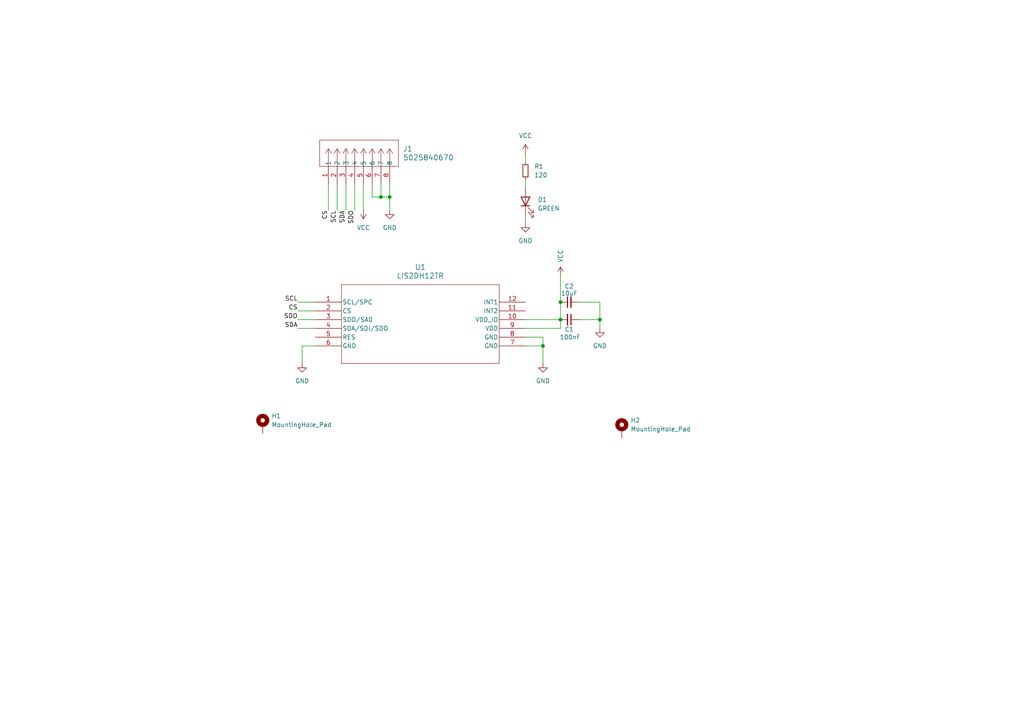
<source format=kicad_sch>
(kicad_sch (version 20231120) (generator "eeschema") (generator_version "8.0")
  (paper "A4")
  (lib_symbols
    (symbol "Device:C_Small" (pin_numbers hide) (pin_names (offset 0.254) hide)
      (property "Reference" "C" (at 0.254 1.778 0))
      (property "Value" "C_Small" (at 0.254 -2.032 0))
      (symbol "C_Small_0_1"
        (polyline (pts (xy -1.524 -0.508) (xy 1.524 -0.508)) (stroke (width 0.3302)))
        (polyline (pts (xy -1.524 0.508) (xy 1.524 0.508)) (stroke (width 0.3048)))
      )
      (symbol "C_Small_1_1"
        (pin passive line (at 0 2.54 270) (length 2.032) (name "~") (number "1"))
        (pin passive line (at 0 -2.54 90) (length 2.032) (name "~") (number "2"))
      )
    )
    (symbol "Device:LED" (pin_numbers hide) (pin_names (offset 1.016) hide)
      (property "Reference" "D" (at 0 2.54 0))
      (property "Value" "LED" (at 0 -2.54 0))
      (symbol "LED_0_1"
        (polyline (pts (xy -1.27 -1.27) (xy -1.27 1.27)) (stroke (width 0.254)))
        (polyline (pts (xy -1.27 0) (xy 1.27 0)))
        (polyline (pts (xy 1.27 -1.27) (xy 1.27 1.27) (xy -1.27 0) (xy 1.27 -1.27)) (stroke (width 0.254)))
        (polyline (pts (xy -3.048 -0.762) (xy -4.572 -2.286) (xy -3.81 -2.286) (xy -4.572 -2.286) (xy -4.572 -1.524)))
        (polyline (pts (xy -1.778 -0.762) (xy -3.302 -2.286) (xy -2.54 -2.286) (xy -3.302 -2.286) (xy -3.302 -1.524)))
      )
      (symbol "LED_1_1"
        (pin passive line (at -3.81 0 0) (length 2.54) (name "K") (number "1"))
        (pin passive line (at 3.81 0 180) (length 2.54) (name "A") (number "2"))
      )
    )
    (symbol "Device:R_Small" (pin_numbers hide) (pin_names (offset 0.254) hide)
      (property "Reference" "R" (at 0.762 0.508 0))
      (property "Value" "R_Small" (at 0.762 -1.016 0))
      (symbol "R_Small_0_1"
        (rectangle (start -0.762 1.778) (end 0.762 -1.778) (stroke (width 0.2032)))
      )
      (symbol "R_Small_1_1"
        (pin passive line (at 0 2.54 270) (length 0.762) (name "~") (number "1"))
        (pin passive line (at 0 -2.54 90) (length 0.762) (name "~") (number "2"))
      )
    )
    (symbol "Mechanical:MountingHole_Pad" (pin_numbers hide) (pin_names (offset 1.016) hide) (exclude_from_sim yes) (in_bom no)
      (property "Reference" "H" (at 0 6.35 0))
      (property "Value" "MountingHole_Pad" (at 0 4.445 0))
      (symbol "MountingHole_Pad_0_1"
        (circle (center 0 1.27) (radius 1.27) (stroke (width 1.27)))
      )
      (symbol "MountingHole_Pad_1_1"
        (pin input line (at 0 -2.54 90) (length 2.54) (name "1") (number "1"))
      )
    )
    (symbol "Molex_5025840670:5025840670" (pin_names (offset 0.254))
      (property "Reference" "J" (at 8.89 6.35 0))
      (property "Value" "5025840670" (at 0 0 0))
      (symbol "5025840670_1_1"
        (polyline (pts (xy 5.08 -20.32) (xy 12.7 -20.32)) (stroke (width 0.127)))
        (polyline (pts (xy 5.08 2.54) (xy 5.08 -20.32)) (stroke (width 0.127)))
        (polyline (pts (xy 10.16 -17.78) (xy 5.08 -17.78)) (stroke (width 0.127)))
        (polyline (pts (xy 10.16 -17.78) (xy 8.89 -18.6267)) (stroke (width 0.127)))
        (polyline (pts (xy 10.16 -17.78) (xy 8.89 -16.9333)) (stroke (width 0.127)))
        (polyline (pts (xy 10.16 -15.24) (xy 5.08 -15.24)) (stroke (width 0.127)))
        (polyline (pts (xy 10.16 -15.24) (xy 8.89 -16.0867)) (stroke (width 0.127)))
        (polyline (pts (xy 10.16 -15.24) (xy 8.89 -14.3933)) (stroke (width 0.127)))
        (polyline (pts (xy 10.16 -12.7) (xy 5.08 -12.7)) (stroke (width 0.127)))
        (polyline (pts (xy 10.16 -12.7) (xy 8.89 -13.5467)) (stroke (width 0.127)))
        (polyline (pts (xy 10.16 -12.7) (xy 8.89 -11.8533)) (stroke (width 0.127)))
        (polyline (pts (xy 10.16 -10.16) (xy 5.08 -10.16)) (stroke (width 0.127)))
        (polyline (pts (xy 10.16 -10.16) (xy 8.89 -11.0067)) (stroke (width 0.127)))
        (polyline (pts (xy 10.16 -10.16) (xy 8.89 -9.3133)) (stroke (width 0.127)))
        (polyline (pts (xy 10.16 -7.62) (xy 5.08 -7.62)) (stroke (width 0.127)))
        (polyline (pts (xy 10.16 -7.62) (xy 8.89 -8.4667)) (stroke (width 0.127)))
        (polyline (pts (xy 10.16 -7.62) (xy 8.89 -6.7733)) (stroke (width 0.127)))
        (polyline (pts (xy 10.16 -5.08) (xy 5.08 -5.08)) (stroke (width 0.127)))
        (polyline (pts (xy 10.16 -5.08) (xy 8.89 -5.9267)) (stroke (width 0.127)))
        (polyline (pts (xy 10.16 -5.08) (xy 8.89 -4.2333)) (stroke (width 0.127)))
        (polyline (pts (xy 10.16 -2.54) (xy 5.08 -2.54)) (stroke (width 0.127)))
        (polyline (pts (xy 10.16 -2.54) (xy 8.89 -3.3867)) (stroke (width 0.127)))
        (polyline (pts (xy 10.16 -2.54) (xy 8.89 -1.6933)) (stroke (width 0.127)))
        (polyline (pts (xy 10.16 0) (xy 5.08 0)) (stroke (width 0.127)))
        (polyline (pts (xy 10.16 0) (xy 8.89 -0.8467)) (stroke (width 0.127)))
        (polyline (pts (xy 10.16 0) (xy 8.89 0.8467)) (stroke (width 0.127)))
        (polyline (pts (xy 12.7 -20.32) (xy 12.7 2.54)) (stroke (width 0.127)))
        (polyline (pts (xy 12.7 2.54) (xy 5.08 2.54)) (stroke (width 0.127)))
        (pin unspecified line (at 0 0 0) (length 5.08) (name "1") (number "1"))
        (pin unspecified line (at 0 -2.54 0) (length 5.08) (name "2") (number "2"))
        (pin unspecified line (at 0 -5.08 0) (length 5.08) (name "3") (number "3"))
        (pin unspecified line (at 0 -7.62 0) (length 5.08) (name "4") (number "4"))
        (pin unspecified line (at 0 -10.16 0) (length 5.08) (name "5") (number "5"))
        (pin unspecified line (at 0 -12.7 0) (length 5.08) (name "6") (number "6"))
        (pin unspecified line (at 0 -15.24 0) (length 5.08) (name "7") (number "7"))
        (pin unspecified line (at 0 -17.78 0) (length 5.08) (name "8") (number "8"))
      )
      (symbol "5025840670_1_2"
        (polyline (pts (xy 5.08 -20.32) (xy 12.7 -20.32)) (stroke (width 0.127)))
        (polyline (pts (xy 5.08 2.54) (xy 5.08 -20.32)) (stroke (width 0.127)))
        (polyline (pts (xy 7.62 -17.78) (xy 5.08 -17.78)) (stroke (width 0.127)))
        (polyline (pts (xy 7.62 -17.78) (xy 8.89 -18.6267)) (stroke (width 0.127)))
        (polyline (pts (xy 7.62 -17.78) (xy 8.89 -16.9333)) (stroke (width 0.127)))
        (polyline (pts (xy 7.62 -15.24) (xy 5.08 -15.24)) (stroke (width 0.127)))
        (polyline (pts (xy 7.62 -15.24) (xy 8.89 -16.0867)) (stroke (width 0.127)))
        (polyline (pts (xy 7.62 -15.24) (xy 8.89 -14.3933)) (stroke (width 0.127)))
        (polyline (pts (xy 7.62 -12.7) (xy 5.08 -12.7)) (stroke (width 0.127)))
        (polyline (pts (xy 7.62 -12.7) (xy 8.89 -13.5467)) (stroke (width 0.127)))
        (polyline (pts (xy 7.62 -12.7) (xy 8.89 -11.8533)) (stroke (width 0.127)))
        (polyline (pts (xy 7.62 -10.16) (xy 5.08 -10.16)) (stroke (width 0.127)))
        (polyline (pts (xy 7.62 -10.16) (xy 8.89 -11.0067)) (stroke (width 0.127)))
        (polyline (pts (xy 7.62 -10.16) (xy 8.89 -9.3133)) (stroke (width 0.127)))
        (polyline (pts (xy 7.62 -7.62) (xy 5.08 -7.62)) (stroke (width 0.127)))
        (polyline (pts (xy 7.62 -7.62) (xy 8.89 -8.4667)) (stroke (width 0.127)))
        (polyline (pts (xy 7.62 -7.62) (xy 8.89 -6.7733)) (stroke (width 0.127)))
        (polyline (pts (xy 7.62 -5.08) (xy 5.08 -5.08)) (stroke (width 0.127)))
        (polyline (pts (xy 7.62 -5.08) (xy 8.89 -5.9267)) (stroke (width 0.127)))
        (polyline (pts (xy 7.62 -5.08) (xy 8.89 -4.2333)) (stroke (width 0.127)))
        (polyline (pts (xy 7.62 -2.54) (xy 5.08 -2.54)) (stroke (width 0.127)))
        (polyline (pts (xy 7.62 -2.54) (xy 8.89 -3.3867)) (stroke (width 0.127)))
        (polyline (pts (xy 7.62 -2.54) (xy 8.89 -1.6933)) (stroke (width 0.127)))
        (polyline (pts (xy 7.62 0) (xy 5.08 0)) (stroke (width 0.127)))
        (polyline (pts (xy 7.62 0) (xy 8.89 -0.8467)) (stroke (width 0.127)))
        (polyline (pts (xy 7.62 0) (xy 8.89 0.8467)) (stroke (width 0.127)))
        (polyline (pts (xy 12.7 -20.32) (xy 12.7 2.54)) (stroke (width 0.127)))
        (polyline (pts (xy 12.7 2.54) (xy 5.08 2.54)) (stroke (width 0.127)))
        (pin unspecified line (at 0 0 0) (length 5.08) (name "1") (number "1"))
        (pin unspecified line (at 0 -2.54 0) (length 5.08) (name "2") (number "2"))
        (pin unspecified line (at 0 -5.08 0) (length 5.08) (name "3") (number "3"))
        (pin unspecified line (at 0 -7.62 0) (length 5.08) (name "4") (number "4"))
        (pin unspecified line (at 0 -10.16 0) (length 5.08) (name "5") (number "5"))
        (pin unspecified line (at 0 -12.7 0) (length 5.08) (name "6") (number "6"))
        (pin unspecified line (at 0 -15.24 0) (length 5.08) (name "7") (number "7"))
        (pin unspecified line (at 0 -17.78 0) (length 5.08) (name "8") (number "8"))
      )
    )
    (symbol "STMicroelectronics:LIS2DH12TR" (pin_names (offset 0.254))
      (property "Reference" "U" (at 30.48 10.16 0))
      (property "Value" "LIS2DH12TR" (at 30.48 7.62 0))
      (symbol "LIS2DH12TR_0_1"
        (polyline (pts (xy 7.62 -17.78) (xy 53.34 -17.78)) (stroke (width 0.127)))
        (polyline (pts (xy 7.62 5.08) (xy 7.62 -17.78)) (stroke (width 0.127)))
        (polyline (pts (xy 53.34 -17.78) (xy 53.34 5.08)) (stroke (width 0.127)))
        (polyline (pts (xy 53.34 5.08) (xy 7.62 5.08)) (stroke (width 0.127)))
        (pin bidirectional line (at 0 0 0) (length 7.62) (name "SCL/SPC") (number "1"))
        (pin power_in line (at 60.96 -5.08 180) (length 7.62) (name "VDD_IO") (number "10"))
        (pin unspecified line (at 60.96 -2.54 180) (length 7.62) (name "INT2") (number "11"))
        (pin unspecified line (at 60.96 0 180) (length 7.62) (name "INT1") (number "12"))
        (pin bidirectional line (at 0 -2.54 0) (length 7.62) (name "CS") (number "2"))
        (pin bidirectional line (at 0 -5.08 0) (length 7.62) (name "SDO/SA0") (number "3"))
        (pin bidirectional line (at 0 -7.62 0) (length 7.62) (name "SDA/SDI/SDO") (number "4"))
        (pin unspecified line (at 0 -10.16 0) (length 7.62) (name "RES") (number "5"))
        (pin power_in line (at 0 -12.7 0) (length 7.62) (name "GND") (number "6"))
        (pin power_in line (at 60.96 -12.7 180) (length 7.62) (name "GND") (number "7"))
        (pin power_in line (at 60.96 -10.16 180) (length 7.62) (name "GND") (number "8"))
        (pin power_in line (at 60.96 -7.62 180) (length 7.62) (name "VDD") (number "9"))
      )
    )
    (symbol "power:GND" (power) (pin_numbers hide) (pin_names (offset 0) hide)
      (property "Value" "GND" (at 0 -3.81 0))
      (symbol "GND_0_1"
        (polyline (pts (xy 0 0) (xy 0 -1.27) (xy 1.27 -1.27) (xy 0 -2.54) (xy -1.27 -1.27) (xy 0 -1.27)))
      )
      (symbol "GND_1_1"
        (pin power_in line (at 0 0 270) (length 0) (name "~") (number "1"))
      )
    )
    (symbol "power:VCC" (power) (pin_numbers hide) (pin_names (offset 0) hide)
      (property "Value" "VCC" (at 0 3.556 0))
      (symbol "VCC_0_1"
        (polyline (pts (xy -0.762 1.27) (xy 0 2.54)))
        (polyline (pts (xy 0 0) (xy 0 2.54)))
        (polyline (pts (xy 0 2.54) (xy 0.762 1.27)))
      )
      (symbol "VCC_1_1"
        (pin power_in line (at 0 0 90) (length 0) (name "~") (number "1"))
      )
    )
  )
  (junction (at 110.49 57.15))
  (junction (at 162.56 92.71))
  (junction (at 157.48 100.33))
  (junction (at 162.56 87.63))
  (junction (at 173.99 92.71))
  (junction (at 113.03 57.15))
  (wire (pts (xy 107.95 53.34) (xy 107.95 57.15)))
  (wire (pts (xy 100.33 53.34) (xy 100.33 60.96)))
  (wire (pts (xy 91.44 100.33) (xy 87.63 100.33)))
  (wire (pts (xy 107.95 57.15) (xy 110.49 57.15)))
  (wire (pts (xy 152.4 52.07) (xy 152.4 54.61)))
  (wire (pts (xy 152.4 62.23) (xy 152.4 64.77)))
  (wire (pts (xy 95.25 53.34) (xy 95.25 60.96)))
  (wire (pts (xy 110.49 53.34) (xy 110.49 57.15)))
  (wire (pts (xy 167.64 92.71) (xy 173.99 92.71)))
  (wire (pts (xy 102.87 53.34) (xy 102.87 60.96)))
  (wire (pts (xy 113.03 57.15) (xy 113.03 60.96)))
  (wire (pts (xy 86.36 95.25) (xy 91.44 95.25)))
  (wire (pts (xy 152.4 100.33) (xy 157.48 100.33)))
  (wire (pts (xy 167.64 87.63) (xy 173.99 87.63)))
  (wire (pts (xy 173.99 87.63) (xy 173.99 92.71)))
  (wire (pts (xy 157.48 97.79) (xy 157.48 100.33)))
  (wire (pts (xy 162.56 80.01) (xy 162.56 87.63)))
  (wire (pts (xy 97.79 53.34) (xy 97.79 60.96)))
  (wire (pts (xy 105.41 53.34) (xy 105.41 60.96)))
  (wire (pts (xy 162.56 92.71) (xy 162.56 95.25)))
  (wire (pts (xy 110.49 57.15) (xy 113.03 57.15)))
  (wire (pts (xy 152.4 97.79) (xy 157.48 97.79)))
  (wire (pts (xy 152.4 92.71) (xy 162.56 92.71)))
  (wire (pts (xy 157.48 100.33) (xy 157.48 105.41)))
  (wire (pts (xy 113.03 53.34) (xy 113.03 57.15)))
  (wire (pts (xy 87.63 100.33) (xy 87.63 105.41)))
  (wire (pts (xy 173.99 92.71) (xy 173.99 95.25)))
  (wire (pts (xy 86.36 90.17) (xy 91.44 90.17)))
  (wire (pts (xy 86.36 92.71) (xy 91.44 92.71)))
  (wire (pts (xy 162.56 95.25) (xy 152.4 95.25)))
  (wire (pts (xy 152.4 44.45) (xy 152.4 46.99)))
  (wire (pts (xy 86.36 87.63) (xy 91.44 87.63)))
  (wire (pts (xy 162.56 87.63) (xy 162.56 92.71)))
  (label "SDA" (at 86.36 95.25 180))
  (label "SCL" (at 86.36 87.63 180))
  (label "SDO" (at 86.36 92.71 180))
  (label "CS" (at 95.25 60.96 270))
  (label "SDO" (at 102.87 60.96 270))
  (label "SCL" (at 97.79 60.96 270))
  (label "SDA" (at 100.33 60.96 270))
  (label "CS" (at 86.36 90.17 180))
  (symbol (lib_id "Mechanical:MountingHole_Pad") (at 76.2 123.19 0) (unit 1) (exclude_from_sim yes) (in_bom no)
    (property "Reference" "H1" (at 78.74 120.6499 0) (effects (justify left)))
    (property "Value" "MountingHole_Pad" (at 78.74 123.1899 0) (effects (justify left)))
    (property "Footprint" "MountingHole:MountingHole_2.2mm_M2_Pad" (effects (hide yes)))
    (property "Description" "Mounting Hole with connection" (effects (hide yes)))
  )
  (symbol (lib_id "power:VCC") (at 162.56 80.01 0) (unit 1)
    (property "Reference" "#PWR06" (effects (hide yes)))
    (property "Value" "VCC" (at 162.5599 76.2 90) (effects (justify left)))
    (property "Description" "Power symbol creates a global label with name \"VCC\"" (effects (hide yes)))
  )
  (symbol (lib_id "Mechanical:MountingHole_Pad") (at 180.34 124.46 0) (unit 1) (exclude_from_sim yes) (in_bom no)
    (property "Reference" "H2" (at 182.88 121.9199 0) (effects (justify left)))
    (property "Value" "MountingHole_Pad" (at 182.88 124.4599 0) (effects (justify left)))
    (property "Footprint" "MountingHole:MountingHole_2.2mm_M2_Pad" (effects (hide yes)))
    (property "Description" "Mounting Hole with connection" (effects (hide yes)))
  )
  (symbol (lib_id "power:VCC") (at 152.4 44.45 0) (unit 1)
    (property "Reference" "#PWR05" (effects (hide yes)))
    (property "Value" "VCC" (at 152.4 39.37 0))
    (property "Description" "Power symbol creates a global label with name \"VCC\"" (effects (hide yes)))
  )
  (symbol (lib_id "STMicroelectronics:LIS2DH12TR") (at 91.44 87.63 0) (unit 1)
    (property "Reference" "U1" (at 121.92 77.47 0) (effects (font (size 1.524 1.524))))
    (property "Value" "LIS2DH12TR" (at 121.92 80.01 0) (effects (font (size 1.524 1.524))))
    (property "Footprint" "STMicroelectronics:LGA-12_STM" (effects (hide yes)))
    (property "Datasheet" "LIS2DH12TR" (effects (hide yes)))
  )
  (symbol (lib_id "Device:R_Small") (at 152.4 49.53 0) (unit 1)
    (property "Reference" "R1" (at 154.94 48.2599 0) (effects (justify left)))
    (property "Value" "120" (at 154.94 50.7999 0) (effects (justify left)))
    (property "Footprint" "Resistor_SMD:R_0603_1608Metric" (effects (hide yes)))
    (property "Description" "Resistor, small symbol" (effects (hide yes)))
  )
  (symbol (lib_id "Molex_5025840670:5025840670") (at 95.25 53.34 90) (unit 1)
    (property "Reference" "J1" (at 116.84 43.1799 90) (effects (font (size 1.524 1.524)) (justify right)))
    (property "Value" "5025840670" (at 116.84 45.7199 90) (effects (font (size 1.524 1.524)) (justify right)))
    (property "Footprint" "CON_5025840670_MOL" (effects (hide yes)))
    (property "Datasheet" "5025840670" (effects (hide yes)))
  )
  (symbol (lib_id "power:GND") (at 173.99 95.25 0) (unit 1)
    (property "Reference" "#PWR08" (effects (hide yes)))
    (property "Value" "GND" (at 173.99 100.33 0))
    (property "Description" "Power symbol creates a global label with name \"GND\" , ground" (effects (hide yes)))
  )
  (symbol (lib_id "Device:LED") (at 152.4 58.42 90) (unit 1)
    (property "Reference" "D1" (at 155.956 57.912 90) (effects (justify right)))
    (property "Value" "GREEN" (at 155.956 60.452 90) (effects (justify right)))
    (property "Footprint" "LED_SMD:LED_0603_1608Metric" (effects (hide yes)))
    (property "Description" "Light emitting diode" (effects (hide yes)))
  )
  (symbol (lib_id "power:GND") (at 113.03 60.96 0) (unit 1)
    (property "Reference" "#PWR02" (effects (hide yes)))
    (property "Value" "GND" (at 113.03 66.04 0))
    (property "Description" "Power symbol creates a global label with name \"GND\" , ground" (effects (hide yes)))
  )
  (symbol (lib_id "Device:C_Small") (at 165.1 92.71 270) (unit 1)
    (property "Reference" "C1" (at 165.1 95.504 90))
    (property "Value" "100nF" (at 165.354 97.79 90))
    (property "Footprint" "Capacitor_SMD:C_0603_1608Metric" (effects (hide yes)))
    (property "Description" "Unpolarized capacitor, small symbol" (effects (hide yes)))
  )
  (symbol (lib_id "power:GND") (at 152.4 64.77 0) (unit 1)
    (property "Reference" "#PWR07" (effects (hide yes)))
    (property "Value" "GND" (at 152.4 69.85 0))
    (property "Description" "Power symbol creates a global label with name \"GND\" , ground" (effects (hide yes)))
  )
  (symbol (lib_id "power:GND") (at 87.63 105.41 0) (unit 1)
    (property "Reference" "#PWR03" (effects (hide yes)))
    (property "Value" "GND" (at 87.63 110.49 0))
    (property "Description" "Power symbol creates a global label with name \"GND\" , ground" (effects (hide yes)))
  )
  (symbol (lib_id "Device:C_Small") (at 165.1 87.63 90) (unit 1)
    (property "Reference" "C2" (at 165.1 83.058 90))
    (property "Value" "10uF" (at 165.1 85.09 90))
    (property "Footprint" "Capacitor_SMD:C_0603_1608Metric" (effects (hide yes)))
    (property "Description" "Unpolarized capacitor, small symbol" (effects (hide yes)))
  )
  (symbol (lib_id "power:GND") (at 157.48 105.41 0) (unit 1)
    (property "Reference" "#PWR01" (effects (hide yes)))
    (property "Value" "GND" (at 157.48 110.49 0))
    (property "Description" "Power symbol creates a global label with name \"GND\" , ground" (effects (hide yes)))
  )
  (symbol (lib_id "power:VCC") (at 105.41 60.96 180) (unit 1)
    (property "Reference" "#PWR04" (effects (hide yes)))
    (property "Value" "VCC" (at 105.41 66.04 0))
    (property "Description" "Power symbol creates a global label with name \"VCC\"" (effects (hide yes)))
  )
)
</source>
